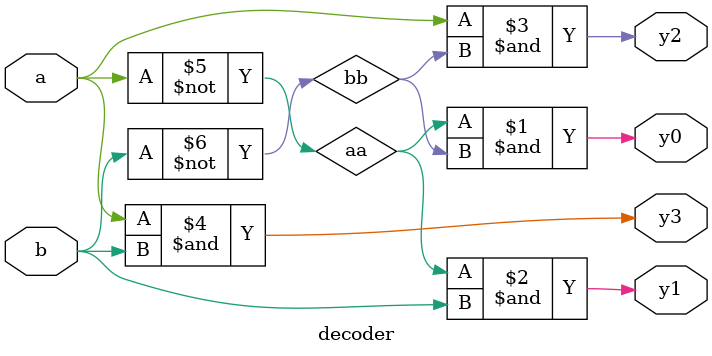
<source format=v>
module decoder(input a,
              input b,
              output y0,
              output y1,
              output y2,
               output y3);
wire aa,bb;
  not not1(aa,a);
  not not2(bb,b);
  and and1(y0,aa,bb);
  and and2(y1,aa,b);
  and and3(y2,a,bb);
  and and4(y3,a,b);
endmodule

</source>
